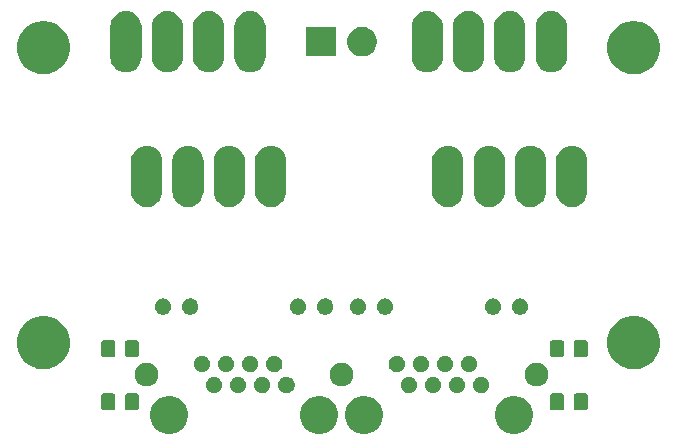
<source format=gbr>
G04 #@! TF.GenerationSoftware,KiCad,Pcbnew,(5.1.5)-3*
G04 #@! TF.CreationDate,2020-02-01T18:30:37+01:00*
G04 #@! TF.ProjectId,STMBLBreakout,53544d42-4c42-4726-9561-6b6f75742e6b,rev?*
G04 #@! TF.SameCoordinates,PX2faf080PY8f0d180*
G04 #@! TF.FileFunction,Soldermask,Top*
G04 #@! TF.FilePolarity,Negative*
%FSLAX46Y46*%
G04 Gerber Fmt 4.6, Leading zero omitted, Abs format (unit mm)*
G04 Created by KiCad (PCBNEW (5.1.5)-3) date 2020-02-01 18:30:37*
%MOMM*%
%LPD*%
G04 APERTURE LIST*
%ADD10C,0.100000*%
G04 APERTURE END LIST*
D10*
G36*
X28546217Y5493335D02*
G01*
X28816995Y5439475D01*
X29108358Y5318788D01*
X29370578Y5143578D01*
X29593578Y4920578D01*
X29768788Y4658358D01*
X29889475Y4366995D01*
X29951000Y4057685D01*
X29951000Y3742315D01*
X29889475Y3433005D01*
X29768788Y3141642D01*
X29593578Y2879422D01*
X29370578Y2656422D01*
X29108358Y2481212D01*
X28816995Y2360525D01*
X28546217Y2306665D01*
X28507686Y2299000D01*
X28192314Y2299000D01*
X28153783Y2306665D01*
X27883005Y2360525D01*
X27591642Y2481212D01*
X27329422Y2656422D01*
X27106422Y2879422D01*
X26931212Y3141642D01*
X26810525Y3433005D01*
X26749000Y3742315D01*
X26749000Y4057685D01*
X26810525Y4366995D01*
X26931212Y4658358D01*
X27106422Y4920578D01*
X27329422Y5143578D01*
X27591642Y5318788D01*
X27883005Y5439475D01*
X28153783Y5493335D01*
X28192314Y5501000D01*
X28507686Y5501000D01*
X28546217Y5493335D01*
G37*
G36*
X32346217Y5493335D02*
G01*
X32616995Y5439475D01*
X32908358Y5318788D01*
X33170578Y5143578D01*
X33393578Y4920578D01*
X33568788Y4658358D01*
X33689475Y4366995D01*
X33751000Y4057685D01*
X33751000Y3742315D01*
X33689475Y3433005D01*
X33568788Y3141642D01*
X33393578Y2879422D01*
X33170578Y2656422D01*
X32908358Y2481212D01*
X32616995Y2360525D01*
X32346217Y2306665D01*
X32307686Y2299000D01*
X31992314Y2299000D01*
X31953783Y2306665D01*
X31683005Y2360525D01*
X31391642Y2481212D01*
X31129422Y2656422D01*
X30906422Y2879422D01*
X30731212Y3141642D01*
X30610525Y3433005D01*
X30549000Y3742315D01*
X30549000Y4057685D01*
X30610525Y4366995D01*
X30731212Y4658358D01*
X30906422Y4920578D01*
X31129422Y5143578D01*
X31391642Y5318788D01*
X31683005Y5439475D01*
X31953783Y5493335D01*
X31992314Y5501000D01*
X32307686Y5501000D01*
X32346217Y5493335D01*
G37*
G36*
X45046217Y5493335D02*
G01*
X45316995Y5439475D01*
X45608358Y5318788D01*
X45870578Y5143578D01*
X46093578Y4920578D01*
X46268788Y4658358D01*
X46389475Y4366995D01*
X46451000Y4057685D01*
X46451000Y3742315D01*
X46389475Y3433005D01*
X46268788Y3141642D01*
X46093578Y2879422D01*
X45870578Y2656422D01*
X45608358Y2481212D01*
X45316995Y2360525D01*
X45046217Y2306665D01*
X45007686Y2299000D01*
X44692314Y2299000D01*
X44653783Y2306665D01*
X44383005Y2360525D01*
X44091642Y2481212D01*
X43829422Y2656422D01*
X43606422Y2879422D01*
X43431212Y3141642D01*
X43310525Y3433005D01*
X43249000Y3742315D01*
X43249000Y4057685D01*
X43310525Y4366995D01*
X43431212Y4658358D01*
X43606422Y4920578D01*
X43829422Y5143578D01*
X44091642Y5318788D01*
X44383005Y5439475D01*
X44653783Y5493335D01*
X44692314Y5501000D01*
X45007686Y5501000D01*
X45046217Y5493335D01*
G37*
G36*
X15846217Y5493335D02*
G01*
X16116995Y5439475D01*
X16408358Y5318788D01*
X16670578Y5143578D01*
X16893578Y4920578D01*
X17068788Y4658358D01*
X17189475Y4366995D01*
X17251000Y4057685D01*
X17251000Y3742315D01*
X17189475Y3433005D01*
X17068788Y3141642D01*
X16893578Y2879422D01*
X16670578Y2656422D01*
X16408358Y2481212D01*
X16116995Y2360525D01*
X15846217Y2306665D01*
X15807686Y2299000D01*
X15492314Y2299000D01*
X15453783Y2306665D01*
X15183005Y2360525D01*
X14891642Y2481212D01*
X14629422Y2656422D01*
X14406422Y2879422D01*
X14231212Y3141642D01*
X14110525Y3433005D01*
X14049000Y3742315D01*
X14049000Y4057685D01*
X14110525Y4366995D01*
X14231212Y4658358D01*
X14406422Y4920578D01*
X14629422Y5143578D01*
X14891642Y5318788D01*
X15183005Y5439475D01*
X15453783Y5493335D01*
X15492314Y5501000D01*
X15807686Y5501000D01*
X15846217Y5493335D01*
G37*
G36*
X48908715Y5719844D02*
G01*
X48953155Y5706363D01*
X48994113Y5684470D01*
X49030011Y5655011D01*
X49059470Y5619113D01*
X49081363Y5578155D01*
X49094844Y5533715D01*
X49100000Y5481360D01*
X49100000Y4518640D01*
X49094844Y4466285D01*
X49081363Y4421845D01*
X49059470Y4380887D01*
X49030011Y4344989D01*
X48994113Y4315530D01*
X48953155Y4293637D01*
X48908715Y4280156D01*
X48856360Y4275000D01*
X48143640Y4275000D01*
X48091285Y4280156D01*
X48046845Y4293637D01*
X48005887Y4315530D01*
X47969989Y4344989D01*
X47940530Y4380887D01*
X47918637Y4421845D01*
X47905156Y4466285D01*
X47900000Y4518640D01*
X47900000Y5481360D01*
X47905156Y5533715D01*
X47918637Y5578155D01*
X47940530Y5619113D01*
X47969989Y5655011D01*
X48005887Y5684470D01*
X48046845Y5706363D01*
X48091285Y5719844D01*
X48143640Y5725000D01*
X48856360Y5725000D01*
X48908715Y5719844D01*
G37*
G36*
X50908715Y5719844D02*
G01*
X50953155Y5706363D01*
X50994113Y5684470D01*
X51030011Y5655011D01*
X51059470Y5619113D01*
X51081363Y5578155D01*
X51094844Y5533715D01*
X51100000Y5481360D01*
X51100000Y4518640D01*
X51094844Y4466285D01*
X51081363Y4421845D01*
X51059470Y4380887D01*
X51030011Y4344989D01*
X50994113Y4315530D01*
X50953155Y4293637D01*
X50908715Y4280156D01*
X50856360Y4275000D01*
X50143640Y4275000D01*
X50091285Y4280156D01*
X50046845Y4293637D01*
X50005887Y4315530D01*
X49969989Y4344989D01*
X49940530Y4380887D01*
X49918637Y4421845D01*
X49905156Y4466285D01*
X49900000Y4518640D01*
X49900000Y5481360D01*
X49905156Y5533715D01*
X49918637Y5578155D01*
X49940530Y5619113D01*
X49969989Y5655011D01*
X50005887Y5684470D01*
X50046845Y5706363D01*
X50091285Y5719844D01*
X50143640Y5725000D01*
X50856360Y5725000D01*
X50908715Y5719844D01*
G37*
G36*
X12908715Y5719844D02*
G01*
X12953155Y5706363D01*
X12994113Y5684470D01*
X13030011Y5655011D01*
X13059470Y5619113D01*
X13081363Y5578155D01*
X13094844Y5533715D01*
X13100000Y5481360D01*
X13100000Y4518640D01*
X13094844Y4466285D01*
X13081363Y4421845D01*
X13059470Y4380887D01*
X13030011Y4344989D01*
X12994113Y4315530D01*
X12953155Y4293637D01*
X12908715Y4280156D01*
X12856360Y4275000D01*
X12143640Y4275000D01*
X12091285Y4280156D01*
X12046845Y4293637D01*
X12005887Y4315530D01*
X11969989Y4344989D01*
X11940530Y4380887D01*
X11918637Y4421845D01*
X11905156Y4466285D01*
X11900000Y4518640D01*
X11900000Y5481360D01*
X11905156Y5533715D01*
X11918637Y5578155D01*
X11940530Y5619113D01*
X11969989Y5655011D01*
X12005887Y5684470D01*
X12046845Y5706363D01*
X12091285Y5719844D01*
X12143640Y5725000D01*
X12856360Y5725000D01*
X12908715Y5719844D01*
G37*
G36*
X10908715Y5719844D02*
G01*
X10953155Y5706363D01*
X10994113Y5684470D01*
X11030011Y5655011D01*
X11059470Y5619113D01*
X11081363Y5578155D01*
X11094844Y5533715D01*
X11100000Y5481360D01*
X11100000Y4518640D01*
X11094844Y4466285D01*
X11081363Y4421845D01*
X11059470Y4380887D01*
X11030011Y4344989D01*
X10994113Y4315530D01*
X10953155Y4293637D01*
X10908715Y4280156D01*
X10856360Y4275000D01*
X10143640Y4275000D01*
X10091285Y4280156D01*
X10046845Y4293637D01*
X10005887Y4315530D01*
X9969989Y4344989D01*
X9940530Y4380887D01*
X9918637Y4421845D01*
X9905156Y4466285D01*
X9900000Y4518640D01*
X9900000Y5481360D01*
X9905156Y5533715D01*
X9918637Y5578155D01*
X9940530Y5619113D01*
X9969989Y5655011D01*
X10005887Y5684470D01*
X10046845Y5706363D01*
X10091285Y5719844D01*
X10143640Y5725000D01*
X10856360Y5725000D01*
X10908715Y5719844D01*
G37*
G36*
X23734473Y7114062D02*
G01*
X23862049Y7061218D01*
X23976859Y6984505D01*
X24074505Y6886859D01*
X24151218Y6772049D01*
X24204062Y6644473D01*
X24231000Y6509044D01*
X24231000Y6370956D01*
X24204062Y6235527D01*
X24151218Y6107951D01*
X24074505Y5993141D01*
X23976859Y5895495D01*
X23862049Y5818782D01*
X23734473Y5765938D01*
X23599044Y5739000D01*
X23460956Y5739000D01*
X23325527Y5765938D01*
X23197951Y5818782D01*
X23083141Y5895495D01*
X22985495Y5993141D01*
X22908782Y6107951D01*
X22855938Y6235527D01*
X22829000Y6370956D01*
X22829000Y6509044D01*
X22855938Y6644473D01*
X22908782Y6772049D01*
X22985495Y6886859D01*
X23083141Y6984505D01*
X23197951Y7061218D01*
X23325527Y7114062D01*
X23460956Y7141000D01*
X23599044Y7141000D01*
X23734473Y7114062D01*
G37*
G36*
X42274473Y7114062D02*
G01*
X42402049Y7061218D01*
X42516859Y6984505D01*
X42614505Y6886859D01*
X42691218Y6772049D01*
X42744062Y6644473D01*
X42771000Y6509044D01*
X42771000Y6370956D01*
X42744062Y6235527D01*
X42691218Y6107951D01*
X42614505Y5993141D01*
X42516859Y5895495D01*
X42402049Y5818782D01*
X42274473Y5765938D01*
X42139044Y5739000D01*
X42000956Y5739000D01*
X41865527Y5765938D01*
X41737951Y5818782D01*
X41623141Y5895495D01*
X41525495Y5993141D01*
X41448782Y6107951D01*
X41395938Y6235527D01*
X41369000Y6370956D01*
X41369000Y6509044D01*
X41395938Y6644473D01*
X41448782Y6772049D01*
X41525495Y6886859D01*
X41623141Y6984505D01*
X41737951Y7061218D01*
X41865527Y7114062D01*
X42000956Y7141000D01*
X42139044Y7141000D01*
X42274473Y7114062D01*
G37*
G36*
X40234473Y7114062D02*
G01*
X40362049Y7061218D01*
X40476859Y6984505D01*
X40574505Y6886859D01*
X40651218Y6772049D01*
X40704062Y6644473D01*
X40731000Y6509044D01*
X40731000Y6370956D01*
X40704062Y6235527D01*
X40651218Y6107951D01*
X40574505Y5993141D01*
X40476859Y5895495D01*
X40362049Y5818782D01*
X40234473Y5765938D01*
X40099044Y5739000D01*
X39960956Y5739000D01*
X39825527Y5765938D01*
X39697951Y5818782D01*
X39583141Y5895495D01*
X39485495Y5993141D01*
X39408782Y6107951D01*
X39355938Y6235527D01*
X39329000Y6370956D01*
X39329000Y6509044D01*
X39355938Y6644473D01*
X39408782Y6772049D01*
X39485495Y6886859D01*
X39583141Y6984505D01*
X39697951Y7061218D01*
X39825527Y7114062D01*
X39960956Y7141000D01*
X40099044Y7141000D01*
X40234473Y7114062D01*
G37*
G36*
X38194473Y7114062D02*
G01*
X38322049Y7061218D01*
X38436859Y6984505D01*
X38534505Y6886859D01*
X38611218Y6772049D01*
X38664062Y6644473D01*
X38691000Y6509044D01*
X38691000Y6370956D01*
X38664062Y6235527D01*
X38611218Y6107951D01*
X38534505Y5993141D01*
X38436859Y5895495D01*
X38322049Y5818782D01*
X38194473Y5765938D01*
X38059044Y5739000D01*
X37920956Y5739000D01*
X37785527Y5765938D01*
X37657951Y5818782D01*
X37543141Y5895495D01*
X37445495Y5993141D01*
X37368782Y6107951D01*
X37315938Y6235527D01*
X37289000Y6370956D01*
X37289000Y6509044D01*
X37315938Y6644473D01*
X37368782Y6772049D01*
X37445495Y6886859D01*
X37543141Y6984505D01*
X37657951Y7061218D01*
X37785527Y7114062D01*
X37920956Y7141000D01*
X38059044Y7141000D01*
X38194473Y7114062D01*
G37*
G36*
X36154473Y7114062D02*
G01*
X36282049Y7061218D01*
X36396859Y6984505D01*
X36494505Y6886859D01*
X36571218Y6772049D01*
X36624062Y6644473D01*
X36651000Y6509044D01*
X36651000Y6370956D01*
X36624062Y6235527D01*
X36571218Y6107951D01*
X36494505Y5993141D01*
X36396859Y5895495D01*
X36282049Y5818782D01*
X36154473Y5765938D01*
X36019044Y5739000D01*
X35880956Y5739000D01*
X35745527Y5765938D01*
X35617951Y5818782D01*
X35503141Y5895495D01*
X35405495Y5993141D01*
X35328782Y6107951D01*
X35275938Y6235527D01*
X35249000Y6370956D01*
X35249000Y6509044D01*
X35275938Y6644473D01*
X35328782Y6772049D01*
X35405495Y6886859D01*
X35503141Y6984505D01*
X35617951Y7061218D01*
X35745527Y7114062D01*
X35880956Y7141000D01*
X36019044Y7141000D01*
X36154473Y7114062D01*
G37*
G36*
X25774473Y7114062D02*
G01*
X25902049Y7061218D01*
X26016859Y6984505D01*
X26114505Y6886859D01*
X26191218Y6772049D01*
X26244062Y6644473D01*
X26271000Y6509044D01*
X26271000Y6370956D01*
X26244062Y6235527D01*
X26191218Y6107951D01*
X26114505Y5993141D01*
X26016859Y5895495D01*
X25902049Y5818782D01*
X25774473Y5765938D01*
X25639044Y5739000D01*
X25500956Y5739000D01*
X25365527Y5765938D01*
X25237951Y5818782D01*
X25123141Y5895495D01*
X25025495Y5993141D01*
X24948782Y6107951D01*
X24895938Y6235527D01*
X24869000Y6370956D01*
X24869000Y6509044D01*
X24895938Y6644473D01*
X24948782Y6772049D01*
X25025495Y6886859D01*
X25123141Y6984505D01*
X25237951Y7061218D01*
X25365527Y7114062D01*
X25500956Y7141000D01*
X25639044Y7141000D01*
X25774473Y7114062D01*
G37*
G36*
X21694473Y7114062D02*
G01*
X21822049Y7061218D01*
X21936859Y6984505D01*
X22034505Y6886859D01*
X22111218Y6772049D01*
X22164062Y6644473D01*
X22191000Y6509044D01*
X22191000Y6370956D01*
X22164062Y6235527D01*
X22111218Y6107951D01*
X22034505Y5993141D01*
X21936859Y5895495D01*
X21822049Y5818782D01*
X21694473Y5765938D01*
X21559044Y5739000D01*
X21420956Y5739000D01*
X21285527Y5765938D01*
X21157951Y5818782D01*
X21043141Y5895495D01*
X20945495Y5993141D01*
X20868782Y6107951D01*
X20815938Y6235527D01*
X20789000Y6370956D01*
X20789000Y6509044D01*
X20815938Y6644473D01*
X20868782Y6772049D01*
X20945495Y6886859D01*
X21043141Y6984505D01*
X21157951Y7061218D01*
X21285527Y7114062D01*
X21420956Y7141000D01*
X21559044Y7141000D01*
X21694473Y7114062D01*
G37*
G36*
X19654473Y7114062D02*
G01*
X19782049Y7061218D01*
X19896859Y6984505D01*
X19994505Y6886859D01*
X20071218Y6772049D01*
X20124062Y6644473D01*
X20151000Y6509044D01*
X20151000Y6370956D01*
X20124062Y6235527D01*
X20071218Y6107951D01*
X19994505Y5993141D01*
X19896859Y5895495D01*
X19782049Y5818782D01*
X19654473Y5765938D01*
X19519044Y5739000D01*
X19380956Y5739000D01*
X19245527Y5765938D01*
X19117951Y5818782D01*
X19003141Y5895495D01*
X18905495Y5993141D01*
X18828782Y6107951D01*
X18775938Y6235527D01*
X18749000Y6370956D01*
X18749000Y6509044D01*
X18775938Y6644473D01*
X18828782Y6772049D01*
X18905495Y6886859D01*
X19003141Y6984505D01*
X19117951Y7061218D01*
X19245527Y7114062D01*
X19380956Y7141000D01*
X19519044Y7141000D01*
X19654473Y7114062D01*
G37*
G36*
X30445285Y8311766D02*
G01*
X30541981Y8292532D01*
X30724151Y8217074D01*
X30888100Y8107527D01*
X31027527Y7968100D01*
X31137074Y7804151D01*
X31212532Y7621981D01*
X31251000Y7428590D01*
X31251000Y7231410D01*
X31212532Y7038019D01*
X31137074Y6855849D01*
X31027527Y6691900D01*
X30888100Y6552473D01*
X30724151Y6442926D01*
X30541981Y6367468D01*
X30445285Y6348234D01*
X30348591Y6329000D01*
X30151409Y6329000D01*
X30054715Y6348234D01*
X29958019Y6367468D01*
X29775849Y6442926D01*
X29611900Y6552473D01*
X29472473Y6691900D01*
X29362926Y6855849D01*
X29287468Y7038019D01*
X29249000Y7231410D01*
X29249000Y7428590D01*
X29287468Y7621981D01*
X29362926Y7804151D01*
X29472473Y7968100D01*
X29611900Y8107527D01*
X29775849Y8217074D01*
X29958019Y8292532D01*
X30054715Y8311766D01*
X30151409Y8331000D01*
X30348591Y8331000D01*
X30445285Y8311766D01*
G37*
G36*
X13945285Y8311766D02*
G01*
X14041981Y8292532D01*
X14224151Y8217074D01*
X14388100Y8107527D01*
X14527527Y7968100D01*
X14637074Y7804151D01*
X14712532Y7621981D01*
X14751000Y7428590D01*
X14751000Y7231410D01*
X14712532Y7038019D01*
X14637074Y6855849D01*
X14527527Y6691900D01*
X14388100Y6552473D01*
X14224151Y6442926D01*
X14041981Y6367468D01*
X13945285Y6348234D01*
X13848591Y6329000D01*
X13651409Y6329000D01*
X13554715Y6348234D01*
X13458019Y6367468D01*
X13275849Y6442926D01*
X13111900Y6552473D01*
X12972473Y6691900D01*
X12862926Y6855849D01*
X12787468Y7038019D01*
X12749000Y7231410D01*
X12749000Y7428590D01*
X12787468Y7621981D01*
X12862926Y7804151D01*
X12972473Y7968100D01*
X13111900Y8107527D01*
X13275849Y8217074D01*
X13458019Y8292532D01*
X13554715Y8311766D01*
X13651409Y8331000D01*
X13848591Y8331000D01*
X13945285Y8311766D01*
G37*
G36*
X46945285Y8311766D02*
G01*
X47041981Y8292532D01*
X47224151Y8217074D01*
X47388100Y8107527D01*
X47527527Y7968100D01*
X47637074Y7804151D01*
X47712532Y7621981D01*
X47751000Y7428590D01*
X47751000Y7231410D01*
X47712532Y7038019D01*
X47637074Y6855849D01*
X47527527Y6691900D01*
X47388100Y6552473D01*
X47224151Y6442926D01*
X47041981Y6367468D01*
X46945285Y6348234D01*
X46848591Y6329000D01*
X46651409Y6329000D01*
X46554715Y6348234D01*
X46458019Y6367468D01*
X46275849Y6442926D01*
X46111900Y6552473D01*
X45972473Y6691900D01*
X45862926Y6855849D01*
X45787468Y7038019D01*
X45749000Y7231410D01*
X45749000Y7428590D01*
X45787468Y7621981D01*
X45862926Y7804151D01*
X45972473Y7968100D01*
X46111900Y8107527D01*
X46275849Y8217074D01*
X46458019Y8292532D01*
X46554715Y8311766D01*
X46651409Y8331000D01*
X46848591Y8331000D01*
X46945285Y8311766D01*
G37*
G36*
X18634473Y8894062D02*
G01*
X18762049Y8841218D01*
X18876859Y8764505D01*
X18974505Y8666859D01*
X19051218Y8552049D01*
X19104062Y8424473D01*
X19131000Y8289044D01*
X19131000Y8150956D01*
X19104062Y8015527D01*
X19051218Y7887951D01*
X18974505Y7773141D01*
X18876859Y7675495D01*
X18762049Y7598782D01*
X18634473Y7545938D01*
X18499044Y7519000D01*
X18360956Y7519000D01*
X18225527Y7545938D01*
X18097951Y7598782D01*
X17983141Y7675495D01*
X17885495Y7773141D01*
X17808782Y7887951D01*
X17755938Y8015527D01*
X17729000Y8150956D01*
X17729000Y8289044D01*
X17755938Y8424473D01*
X17808782Y8552049D01*
X17885495Y8666859D01*
X17983141Y8764505D01*
X18097951Y8841218D01*
X18225527Y8894062D01*
X18360956Y8921000D01*
X18499044Y8921000D01*
X18634473Y8894062D01*
G37*
G36*
X41254473Y8894062D02*
G01*
X41382049Y8841218D01*
X41496859Y8764505D01*
X41594505Y8666859D01*
X41671218Y8552049D01*
X41724062Y8424473D01*
X41751000Y8289044D01*
X41751000Y8150956D01*
X41724062Y8015527D01*
X41671218Y7887951D01*
X41594505Y7773141D01*
X41496859Y7675495D01*
X41382049Y7598782D01*
X41254473Y7545938D01*
X41119044Y7519000D01*
X40980956Y7519000D01*
X40845527Y7545938D01*
X40717951Y7598782D01*
X40603141Y7675495D01*
X40505495Y7773141D01*
X40428782Y7887951D01*
X40375938Y8015527D01*
X40349000Y8150956D01*
X40349000Y8289044D01*
X40375938Y8424473D01*
X40428782Y8552049D01*
X40505495Y8666859D01*
X40603141Y8764505D01*
X40717951Y8841218D01*
X40845527Y8894062D01*
X40980956Y8921000D01*
X41119044Y8921000D01*
X41254473Y8894062D01*
G37*
G36*
X39214473Y8894062D02*
G01*
X39342049Y8841218D01*
X39456859Y8764505D01*
X39554505Y8666859D01*
X39631218Y8552049D01*
X39684062Y8424473D01*
X39711000Y8289044D01*
X39711000Y8150956D01*
X39684062Y8015527D01*
X39631218Y7887951D01*
X39554505Y7773141D01*
X39456859Y7675495D01*
X39342049Y7598782D01*
X39214473Y7545938D01*
X39079044Y7519000D01*
X38940956Y7519000D01*
X38805527Y7545938D01*
X38677951Y7598782D01*
X38563141Y7675495D01*
X38465495Y7773141D01*
X38388782Y7887951D01*
X38335938Y8015527D01*
X38309000Y8150956D01*
X38309000Y8289044D01*
X38335938Y8424473D01*
X38388782Y8552049D01*
X38465495Y8666859D01*
X38563141Y8764505D01*
X38677951Y8841218D01*
X38805527Y8894062D01*
X38940956Y8921000D01*
X39079044Y8921000D01*
X39214473Y8894062D01*
G37*
G36*
X37174473Y8894062D02*
G01*
X37302049Y8841218D01*
X37416859Y8764505D01*
X37514505Y8666859D01*
X37591218Y8552049D01*
X37644062Y8424473D01*
X37671000Y8289044D01*
X37671000Y8150956D01*
X37644062Y8015527D01*
X37591218Y7887951D01*
X37514505Y7773141D01*
X37416859Y7675495D01*
X37302049Y7598782D01*
X37174473Y7545938D01*
X37039044Y7519000D01*
X36900956Y7519000D01*
X36765527Y7545938D01*
X36637951Y7598782D01*
X36523141Y7675495D01*
X36425495Y7773141D01*
X36348782Y7887951D01*
X36295938Y8015527D01*
X36269000Y8150956D01*
X36269000Y8289044D01*
X36295938Y8424473D01*
X36348782Y8552049D01*
X36425495Y8666859D01*
X36523141Y8764505D01*
X36637951Y8841218D01*
X36765527Y8894062D01*
X36900956Y8921000D01*
X37039044Y8921000D01*
X37174473Y8894062D01*
G37*
G36*
X35134473Y8894062D02*
G01*
X35262049Y8841218D01*
X35376859Y8764505D01*
X35474505Y8666859D01*
X35551218Y8552049D01*
X35604062Y8424473D01*
X35631000Y8289044D01*
X35631000Y8150956D01*
X35604062Y8015527D01*
X35551218Y7887951D01*
X35474505Y7773141D01*
X35376859Y7675495D01*
X35262049Y7598782D01*
X35134473Y7545938D01*
X34999044Y7519000D01*
X34860956Y7519000D01*
X34725527Y7545938D01*
X34597951Y7598782D01*
X34483141Y7675495D01*
X34385495Y7773141D01*
X34308782Y7887951D01*
X34255938Y8015527D01*
X34229000Y8150956D01*
X34229000Y8289044D01*
X34255938Y8424473D01*
X34308782Y8552049D01*
X34385495Y8666859D01*
X34483141Y8764505D01*
X34597951Y8841218D01*
X34725527Y8894062D01*
X34860956Y8921000D01*
X34999044Y8921000D01*
X35134473Y8894062D01*
G37*
G36*
X24754473Y8894062D02*
G01*
X24882049Y8841218D01*
X24996859Y8764505D01*
X25094505Y8666859D01*
X25171218Y8552049D01*
X25224062Y8424473D01*
X25251000Y8289044D01*
X25251000Y8150956D01*
X25224062Y8015527D01*
X25171218Y7887951D01*
X25094505Y7773141D01*
X24996859Y7675495D01*
X24882049Y7598782D01*
X24754473Y7545938D01*
X24619044Y7519000D01*
X24480956Y7519000D01*
X24345527Y7545938D01*
X24217951Y7598782D01*
X24103141Y7675495D01*
X24005495Y7773141D01*
X23928782Y7887951D01*
X23875938Y8015527D01*
X23849000Y8150956D01*
X23849000Y8289044D01*
X23875938Y8424473D01*
X23928782Y8552049D01*
X24005495Y8666859D01*
X24103141Y8764505D01*
X24217951Y8841218D01*
X24345527Y8894062D01*
X24480956Y8921000D01*
X24619044Y8921000D01*
X24754473Y8894062D01*
G37*
G36*
X22714473Y8894062D02*
G01*
X22842049Y8841218D01*
X22956859Y8764505D01*
X23054505Y8666859D01*
X23131218Y8552049D01*
X23184062Y8424473D01*
X23211000Y8289044D01*
X23211000Y8150956D01*
X23184062Y8015527D01*
X23131218Y7887951D01*
X23054505Y7773141D01*
X22956859Y7675495D01*
X22842049Y7598782D01*
X22714473Y7545938D01*
X22579044Y7519000D01*
X22440956Y7519000D01*
X22305527Y7545938D01*
X22177951Y7598782D01*
X22063141Y7675495D01*
X21965495Y7773141D01*
X21888782Y7887951D01*
X21835938Y8015527D01*
X21809000Y8150956D01*
X21809000Y8289044D01*
X21835938Y8424473D01*
X21888782Y8552049D01*
X21965495Y8666859D01*
X22063141Y8764505D01*
X22177951Y8841218D01*
X22305527Y8894062D01*
X22440956Y8921000D01*
X22579044Y8921000D01*
X22714473Y8894062D01*
G37*
G36*
X20674473Y8894062D02*
G01*
X20802049Y8841218D01*
X20916859Y8764505D01*
X21014505Y8666859D01*
X21091218Y8552049D01*
X21144062Y8424473D01*
X21171000Y8289044D01*
X21171000Y8150956D01*
X21144062Y8015527D01*
X21091218Y7887951D01*
X21014505Y7773141D01*
X20916859Y7675495D01*
X20802049Y7598782D01*
X20674473Y7545938D01*
X20539044Y7519000D01*
X20400956Y7519000D01*
X20265527Y7545938D01*
X20137951Y7598782D01*
X20023141Y7675495D01*
X19925495Y7773141D01*
X19848782Y7887951D01*
X19795938Y8015527D01*
X19769000Y8150956D01*
X19769000Y8289044D01*
X19795938Y8424473D01*
X19848782Y8552049D01*
X19925495Y8666859D01*
X20023141Y8764505D01*
X20137951Y8841218D01*
X20265527Y8894062D01*
X20400956Y8921000D01*
X20539044Y8921000D01*
X20674473Y8894062D01*
G37*
G36*
X5656301Y12163534D02*
G01*
X6065775Y11993924D01*
X6434292Y11747689D01*
X6747689Y11434292D01*
X6993924Y11065775D01*
X7163534Y10656301D01*
X7250000Y10221606D01*
X7250000Y9778394D01*
X7163534Y9343699D01*
X6993924Y8934225D01*
X6747689Y8565708D01*
X6434292Y8252311D01*
X6065775Y8006076D01*
X5656301Y7836466D01*
X5493842Y7804151D01*
X5221607Y7750000D01*
X4778393Y7750000D01*
X4506158Y7804151D01*
X4343699Y7836466D01*
X3934225Y8006076D01*
X3565708Y8252311D01*
X3252311Y8565708D01*
X3006076Y8934225D01*
X2836466Y9343699D01*
X2750000Y9778394D01*
X2750000Y10221606D01*
X2836466Y10656301D01*
X3006076Y11065775D01*
X3252311Y11434292D01*
X3565708Y11747689D01*
X3934225Y11993924D01*
X4343699Y12163534D01*
X4778393Y12250000D01*
X5221607Y12250000D01*
X5656301Y12163534D01*
G37*
G36*
X55656301Y12163534D02*
G01*
X56065775Y11993924D01*
X56434292Y11747689D01*
X56747689Y11434292D01*
X56993924Y11065775D01*
X57163534Y10656301D01*
X57250000Y10221606D01*
X57250000Y9778394D01*
X57163534Y9343699D01*
X56993924Y8934225D01*
X56747689Y8565708D01*
X56434292Y8252311D01*
X56065775Y8006076D01*
X55656301Y7836466D01*
X55493842Y7804151D01*
X55221607Y7750000D01*
X54778393Y7750000D01*
X54506158Y7804151D01*
X54343699Y7836466D01*
X53934225Y8006076D01*
X53565708Y8252311D01*
X53252311Y8565708D01*
X53006076Y8934225D01*
X52836466Y9343699D01*
X52750000Y9778394D01*
X52750000Y10221606D01*
X52836466Y10656301D01*
X53006076Y11065775D01*
X53252311Y11434292D01*
X53565708Y11747689D01*
X53934225Y11993924D01*
X54343699Y12163534D01*
X54778393Y12250000D01*
X55221607Y12250000D01*
X55656301Y12163534D01*
G37*
G36*
X50908715Y10219844D02*
G01*
X50953155Y10206363D01*
X50994113Y10184470D01*
X51030011Y10155011D01*
X51059470Y10119113D01*
X51081363Y10078155D01*
X51094844Y10033715D01*
X51100000Y9981360D01*
X51100000Y9018640D01*
X51094844Y8966285D01*
X51081363Y8921845D01*
X51059470Y8880887D01*
X51030011Y8844989D01*
X50994113Y8815530D01*
X50953155Y8793637D01*
X50908715Y8780156D01*
X50856360Y8775000D01*
X50143640Y8775000D01*
X50091285Y8780156D01*
X50046845Y8793637D01*
X50005887Y8815530D01*
X49969989Y8844989D01*
X49940530Y8880887D01*
X49918637Y8921845D01*
X49905156Y8966285D01*
X49900000Y9018640D01*
X49900000Y9981360D01*
X49905156Y10033715D01*
X49918637Y10078155D01*
X49940530Y10119113D01*
X49969989Y10155011D01*
X50005887Y10184470D01*
X50046845Y10206363D01*
X50091285Y10219844D01*
X50143640Y10225000D01*
X50856360Y10225000D01*
X50908715Y10219844D01*
G37*
G36*
X10908715Y10219844D02*
G01*
X10953155Y10206363D01*
X10994113Y10184470D01*
X11030011Y10155011D01*
X11059470Y10119113D01*
X11081363Y10078155D01*
X11094844Y10033715D01*
X11100000Y9981360D01*
X11100000Y9018640D01*
X11094844Y8966285D01*
X11081363Y8921845D01*
X11059470Y8880887D01*
X11030011Y8844989D01*
X10994113Y8815530D01*
X10953155Y8793637D01*
X10908715Y8780156D01*
X10856360Y8775000D01*
X10143640Y8775000D01*
X10091285Y8780156D01*
X10046845Y8793637D01*
X10005887Y8815530D01*
X9969989Y8844989D01*
X9940530Y8880887D01*
X9918637Y8921845D01*
X9905156Y8966285D01*
X9900000Y9018640D01*
X9900000Y9981360D01*
X9905156Y10033715D01*
X9918637Y10078155D01*
X9940530Y10119113D01*
X9969989Y10155011D01*
X10005887Y10184470D01*
X10046845Y10206363D01*
X10091285Y10219844D01*
X10143640Y10225000D01*
X10856360Y10225000D01*
X10908715Y10219844D01*
G37*
G36*
X12908715Y10219844D02*
G01*
X12953155Y10206363D01*
X12994113Y10184470D01*
X13030011Y10155011D01*
X13059470Y10119113D01*
X13081363Y10078155D01*
X13094844Y10033715D01*
X13100000Y9981360D01*
X13100000Y9018640D01*
X13094844Y8966285D01*
X13081363Y8921845D01*
X13059470Y8880887D01*
X13030011Y8844989D01*
X12994113Y8815530D01*
X12953155Y8793637D01*
X12908715Y8780156D01*
X12856360Y8775000D01*
X12143640Y8775000D01*
X12091285Y8780156D01*
X12046845Y8793637D01*
X12005887Y8815530D01*
X11969989Y8844989D01*
X11940530Y8880887D01*
X11918637Y8921845D01*
X11905156Y8966285D01*
X11900000Y9018640D01*
X11900000Y9981360D01*
X11905156Y10033715D01*
X11918637Y10078155D01*
X11940530Y10119113D01*
X11969989Y10155011D01*
X12005887Y10184470D01*
X12046845Y10206363D01*
X12091285Y10219844D01*
X12143640Y10225000D01*
X12856360Y10225000D01*
X12908715Y10219844D01*
G37*
G36*
X48908715Y10219844D02*
G01*
X48953155Y10206363D01*
X48994113Y10184470D01*
X49030011Y10155011D01*
X49059470Y10119113D01*
X49081363Y10078155D01*
X49094844Y10033715D01*
X49100000Y9981360D01*
X49100000Y9018640D01*
X49094844Y8966285D01*
X49081363Y8921845D01*
X49059470Y8880887D01*
X49030011Y8844989D01*
X48994113Y8815530D01*
X48953155Y8793637D01*
X48908715Y8780156D01*
X48856360Y8775000D01*
X48143640Y8775000D01*
X48091285Y8780156D01*
X48046845Y8793637D01*
X48005887Y8815530D01*
X47969989Y8844989D01*
X47940530Y8880887D01*
X47918637Y8921845D01*
X47905156Y8966285D01*
X47900000Y9018640D01*
X47900000Y9981360D01*
X47905156Y10033715D01*
X47918637Y10078155D01*
X47940530Y10119113D01*
X47969989Y10155011D01*
X48005887Y10184470D01*
X48046845Y10206363D01*
X48091285Y10219844D01*
X48143640Y10225000D01*
X48856360Y10225000D01*
X48908715Y10219844D01*
G37*
G36*
X43274473Y13754062D02*
G01*
X43402049Y13701218D01*
X43516859Y13624505D01*
X43614505Y13526859D01*
X43691218Y13412049D01*
X43744062Y13284473D01*
X43771000Y13149044D01*
X43771000Y13010956D01*
X43744062Y12875527D01*
X43691218Y12747951D01*
X43614505Y12633141D01*
X43516859Y12535495D01*
X43402049Y12458782D01*
X43274473Y12405938D01*
X43139044Y12379000D01*
X43000956Y12379000D01*
X42865527Y12405938D01*
X42737951Y12458782D01*
X42623141Y12535495D01*
X42525495Y12633141D01*
X42448782Y12747951D01*
X42395938Y12875527D01*
X42369000Y13010956D01*
X42369000Y13149044D01*
X42395938Y13284473D01*
X42448782Y13412049D01*
X42525495Y13526859D01*
X42623141Y13624505D01*
X42737951Y13701218D01*
X42865527Y13754062D01*
X43000956Y13781000D01*
X43139044Y13781000D01*
X43274473Y13754062D01*
G37*
G36*
X31844473Y13754062D02*
G01*
X31972049Y13701218D01*
X32086859Y13624505D01*
X32184505Y13526859D01*
X32261218Y13412049D01*
X32314062Y13284473D01*
X32341000Y13149044D01*
X32341000Y13010956D01*
X32314062Y12875527D01*
X32261218Y12747951D01*
X32184505Y12633141D01*
X32086859Y12535495D01*
X31972049Y12458782D01*
X31844473Y12405938D01*
X31709044Y12379000D01*
X31570956Y12379000D01*
X31435527Y12405938D01*
X31307951Y12458782D01*
X31193141Y12535495D01*
X31095495Y12633141D01*
X31018782Y12747951D01*
X30965938Y12875527D01*
X30939000Y13010956D01*
X30939000Y13149044D01*
X30965938Y13284473D01*
X31018782Y13412049D01*
X31095495Y13526859D01*
X31193141Y13624505D01*
X31307951Y13701218D01*
X31435527Y13754062D01*
X31570956Y13781000D01*
X31709044Y13781000D01*
X31844473Y13754062D01*
G37*
G36*
X34134473Y13754062D02*
G01*
X34262049Y13701218D01*
X34376859Y13624505D01*
X34474505Y13526859D01*
X34551218Y13412049D01*
X34604062Y13284473D01*
X34631000Y13149044D01*
X34631000Y13010956D01*
X34604062Y12875527D01*
X34551218Y12747951D01*
X34474505Y12633141D01*
X34376859Y12535495D01*
X34262049Y12458782D01*
X34134473Y12405938D01*
X33999044Y12379000D01*
X33860956Y12379000D01*
X33725527Y12405938D01*
X33597951Y12458782D01*
X33483141Y12535495D01*
X33385495Y12633141D01*
X33308782Y12747951D01*
X33255938Y12875527D01*
X33229000Y13010956D01*
X33229000Y13149044D01*
X33255938Y13284473D01*
X33308782Y13412049D01*
X33385495Y13526859D01*
X33483141Y13624505D01*
X33597951Y13701218D01*
X33725527Y13754062D01*
X33860956Y13781000D01*
X33999044Y13781000D01*
X34134473Y13754062D01*
G37*
G36*
X15344473Y13754062D02*
G01*
X15472049Y13701218D01*
X15586859Y13624505D01*
X15684505Y13526859D01*
X15761218Y13412049D01*
X15814062Y13284473D01*
X15841000Y13149044D01*
X15841000Y13010956D01*
X15814062Y12875527D01*
X15761218Y12747951D01*
X15684505Y12633141D01*
X15586859Y12535495D01*
X15472049Y12458782D01*
X15344473Y12405938D01*
X15209044Y12379000D01*
X15070956Y12379000D01*
X14935527Y12405938D01*
X14807951Y12458782D01*
X14693141Y12535495D01*
X14595495Y12633141D01*
X14518782Y12747951D01*
X14465938Y12875527D01*
X14439000Y13010956D01*
X14439000Y13149044D01*
X14465938Y13284473D01*
X14518782Y13412049D01*
X14595495Y13526859D01*
X14693141Y13624505D01*
X14807951Y13701218D01*
X14935527Y13754062D01*
X15070956Y13781000D01*
X15209044Y13781000D01*
X15344473Y13754062D01*
G37*
G36*
X17634473Y13754062D02*
G01*
X17762049Y13701218D01*
X17876859Y13624505D01*
X17974505Y13526859D01*
X18051218Y13412049D01*
X18104062Y13284473D01*
X18131000Y13149044D01*
X18131000Y13010956D01*
X18104062Y12875527D01*
X18051218Y12747951D01*
X17974505Y12633141D01*
X17876859Y12535495D01*
X17762049Y12458782D01*
X17634473Y12405938D01*
X17499044Y12379000D01*
X17360956Y12379000D01*
X17225527Y12405938D01*
X17097951Y12458782D01*
X16983141Y12535495D01*
X16885495Y12633141D01*
X16808782Y12747951D01*
X16755938Y12875527D01*
X16729000Y13010956D01*
X16729000Y13149044D01*
X16755938Y13284473D01*
X16808782Y13412049D01*
X16885495Y13526859D01*
X16983141Y13624505D01*
X17097951Y13701218D01*
X17225527Y13754062D01*
X17360956Y13781000D01*
X17499044Y13781000D01*
X17634473Y13754062D01*
G37*
G36*
X26774473Y13754062D02*
G01*
X26902049Y13701218D01*
X27016859Y13624505D01*
X27114505Y13526859D01*
X27191218Y13412049D01*
X27244062Y13284473D01*
X27271000Y13149044D01*
X27271000Y13010956D01*
X27244062Y12875527D01*
X27191218Y12747951D01*
X27114505Y12633141D01*
X27016859Y12535495D01*
X26902049Y12458782D01*
X26774473Y12405938D01*
X26639044Y12379000D01*
X26500956Y12379000D01*
X26365527Y12405938D01*
X26237951Y12458782D01*
X26123141Y12535495D01*
X26025495Y12633141D01*
X25948782Y12747951D01*
X25895938Y12875527D01*
X25869000Y13010956D01*
X25869000Y13149044D01*
X25895938Y13284473D01*
X25948782Y13412049D01*
X26025495Y13526859D01*
X26123141Y13624505D01*
X26237951Y13701218D01*
X26365527Y13754062D01*
X26500956Y13781000D01*
X26639044Y13781000D01*
X26774473Y13754062D01*
G37*
G36*
X29064473Y13754062D02*
G01*
X29192049Y13701218D01*
X29306859Y13624505D01*
X29404505Y13526859D01*
X29481218Y13412049D01*
X29534062Y13284473D01*
X29561000Y13149044D01*
X29561000Y13010956D01*
X29534062Y12875527D01*
X29481218Y12747951D01*
X29404505Y12633141D01*
X29306859Y12535495D01*
X29192049Y12458782D01*
X29064473Y12405938D01*
X28929044Y12379000D01*
X28790956Y12379000D01*
X28655527Y12405938D01*
X28527951Y12458782D01*
X28413141Y12535495D01*
X28315495Y12633141D01*
X28238782Y12747951D01*
X28185938Y12875527D01*
X28159000Y13010956D01*
X28159000Y13149044D01*
X28185938Y13284473D01*
X28238782Y13412049D01*
X28315495Y13526859D01*
X28413141Y13624505D01*
X28527951Y13701218D01*
X28655527Y13754062D01*
X28790956Y13781000D01*
X28929044Y13781000D01*
X29064473Y13754062D01*
G37*
G36*
X45564473Y13754062D02*
G01*
X45692049Y13701218D01*
X45806859Y13624505D01*
X45904505Y13526859D01*
X45981218Y13412049D01*
X46034062Y13284473D01*
X46061000Y13149044D01*
X46061000Y13010956D01*
X46034062Y12875527D01*
X45981218Y12747951D01*
X45904505Y12633141D01*
X45806859Y12535495D01*
X45692049Y12458782D01*
X45564473Y12405938D01*
X45429044Y12379000D01*
X45290956Y12379000D01*
X45155527Y12405938D01*
X45027951Y12458782D01*
X44913141Y12535495D01*
X44815495Y12633141D01*
X44738782Y12747951D01*
X44685938Y12875527D01*
X44659000Y13010956D01*
X44659000Y13149044D01*
X44685938Y13284473D01*
X44738782Y13412049D01*
X44815495Y13526859D01*
X44913141Y13624505D01*
X45027951Y13701218D01*
X45155527Y13754062D01*
X45290956Y13781000D01*
X45429044Y13781000D01*
X45564473Y13754062D01*
G37*
G36*
X24508961Y26671886D02*
G01*
X24757971Y26596349D01*
X24757973Y26596348D01*
X24987458Y26473686D01*
X25188608Y26308608D01*
X25353685Y26107459D01*
X25476349Y25877971D01*
X25551886Y25628961D01*
X25571000Y25434890D01*
X25571000Y22765110D01*
X25551886Y22571039D01*
X25476349Y22322030D01*
X25476348Y22322027D01*
X25353686Y22092541D01*
X25188607Y21891393D01*
X24987457Y21726314D01*
X24757972Y21603652D01*
X24757970Y21603651D01*
X24508960Y21528114D01*
X24250000Y21502609D01*
X23991039Y21528114D01*
X23742029Y21603651D01*
X23742027Y21603652D01*
X23512541Y21726314D01*
X23311393Y21891393D01*
X23146314Y22092543D01*
X23023652Y22322028D01*
X23023651Y22322030D01*
X22948114Y22571040D01*
X22929000Y22765111D01*
X22929001Y25434890D01*
X22948115Y25628961D01*
X23023652Y25877971D01*
X23146316Y26107459D01*
X23311393Y26308608D01*
X23512543Y26473686D01*
X23742028Y26596348D01*
X23742030Y26596349D01*
X23991040Y26671886D01*
X24250000Y26697391D01*
X24508961Y26671886D01*
G37*
G36*
X14008961Y26671886D02*
G01*
X14257971Y26596349D01*
X14257973Y26596348D01*
X14487458Y26473686D01*
X14688608Y26308608D01*
X14853685Y26107459D01*
X14976349Y25877971D01*
X15051886Y25628961D01*
X15071000Y25434890D01*
X15071000Y22765110D01*
X15051886Y22571039D01*
X14976349Y22322030D01*
X14976348Y22322027D01*
X14853686Y22092541D01*
X14688607Y21891393D01*
X14487457Y21726314D01*
X14257972Y21603652D01*
X14257970Y21603651D01*
X14008960Y21528114D01*
X13750000Y21502609D01*
X13491039Y21528114D01*
X13242029Y21603651D01*
X13242027Y21603652D01*
X13012541Y21726314D01*
X12811393Y21891393D01*
X12646314Y22092543D01*
X12523652Y22322028D01*
X12523651Y22322030D01*
X12448114Y22571040D01*
X12429000Y22765111D01*
X12429001Y25434890D01*
X12448115Y25628961D01*
X12523652Y25877971D01*
X12646316Y26107459D01*
X12811393Y26308608D01*
X13012543Y26473686D01*
X13242028Y26596348D01*
X13242030Y26596349D01*
X13491040Y26671886D01*
X13750000Y26697391D01*
X14008961Y26671886D01*
G37*
G36*
X17508961Y26671886D02*
G01*
X17757971Y26596349D01*
X17757973Y26596348D01*
X17987458Y26473686D01*
X18188608Y26308608D01*
X18353685Y26107459D01*
X18476349Y25877971D01*
X18551886Y25628961D01*
X18571000Y25434890D01*
X18571000Y22765110D01*
X18551886Y22571039D01*
X18476349Y22322030D01*
X18476348Y22322027D01*
X18353686Y22092541D01*
X18188607Y21891393D01*
X17987457Y21726314D01*
X17757972Y21603652D01*
X17757970Y21603651D01*
X17508960Y21528114D01*
X17250000Y21502609D01*
X16991039Y21528114D01*
X16742029Y21603651D01*
X16742027Y21603652D01*
X16512541Y21726314D01*
X16311393Y21891393D01*
X16146314Y22092543D01*
X16023652Y22322028D01*
X16023651Y22322030D01*
X15948114Y22571040D01*
X15929000Y22765111D01*
X15929001Y25434890D01*
X15948115Y25628961D01*
X16023652Y25877971D01*
X16146316Y26107459D01*
X16311393Y26308608D01*
X16512543Y26473686D01*
X16742028Y26596348D01*
X16742030Y26596349D01*
X16991040Y26671886D01*
X17250000Y26697391D01*
X17508961Y26671886D01*
G37*
G36*
X50008961Y26671886D02*
G01*
X50257971Y26596349D01*
X50257973Y26596348D01*
X50487458Y26473686D01*
X50688608Y26308608D01*
X50853685Y26107459D01*
X50976349Y25877971D01*
X51051886Y25628961D01*
X51071000Y25434890D01*
X51071000Y22765110D01*
X51051886Y22571039D01*
X50976349Y22322030D01*
X50976348Y22322027D01*
X50853686Y22092541D01*
X50688607Y21891393D01*
X50487457Y21726314D01*
X50257972Y21603652D01*
X50257970Y21603651D01*
X50008960Y21528114D01*
X49750000Y21502609D01*
X49491039Y21528114D01*
X49242029Y21603651D01*
X49242027Y21603652D01*
X49012541Y21726314D01*
X48811393Y21891393D01*
X48646314Y22092543D01*
X48523652Y22322028D01*
X48523651Y22322030D01*
X48448114Y22571040D01*
X48429000Y22765111D01*
X48429001Y25434890D01*
X48448115Y25628961D01*
X48523652Y25877971D01*
X48646316Y26107459D01*
X48811393Y26308608D01*
X49012543Y26473686D01*
X49242028Y26596348D01*
X49242030Y26596349D01*
X49491040Y26671886D01*
X49750000Y26697391D01*
X50008961Y26671886D01*
G37*
G36*
X46508961Y26671886D02*
G01*
X46757971Y26596349D01*
X46757973Y26596348D01*
X46987458Y26473686D01*
X47188608Y26308608D01*
X47353685Y26107459D01*
X47476349Y25877971D01*
X47551886Y25628961D01*
X47571000Y25434890D01*
X47571000Y22765110D01*
X47551886Y22571039D01*
X47476349Y22322030D01*
X47476348Y22322027D01*
X47353686Y22092541D01*
X47188607Y21891393D01*
X46987457Y21726314D01*
X46757972Y21603652D01*
X46757970Y21603651D01*
X46508960Y21528114D01*
X46250000Y21502609D01*
X45991039Y21528114D01*
X45742029Y21603651D01*
X45742027Y21603652D01*
X45512541Y21726314D01*
X45311393Y21891393D01*
X45146314Y22092543D01*
X45023652Y22322028D01*
X45023651Y22322030D01*
X44948114Y22571040D01*
X44929000Y22765111D01*
X44929001Y25434890D01*
X44948115Y25628961D01*
X45023652Y25877971D01*
X45146316Y26107459D01*
X45311393Y26308608D01*
X45512543Y26473686D01*
X45742028Y26596348D01*
X45742030Y26596349D01*
X45991040Y26671886D01*
X46250000Y26697391D01*
X46508961Y26671886D01*
G37*
G36*
X39508961Y26671886D02*
G01*
X39757971Y26596349D01*
X39757973Y26596348D01*
X39987458Y26473686D01*
X40188608Y26308608D01*
X40353685Y26107459D01*
X40476349Y25877971D01*
X40551886Y25628961D01*
X40571000Y25434890D01*
X40571000Y22765110D01*
X40551886Y22571039D01*
X40476349Y22322030D01*
X40476348Y22322027D01*
X40353686Y22092541D01*
X40188607Y21891393D01*
X39987457Y21726314D01*
X39757972Y21603652D01*
X39757970Y21603651D01*
X39508960Y21528114D01*
X39250000Y21502609D01*
X38991039Y21528114D01*
X38742029Y21603651D01*
X38742027Y21603652D01*
X38512541Y21726314D01*
X38311393Y21891393D01*
X38146314Y22092543D01*
X38023652Y22322028D01*
X38023651Y22322030D01*
X37948114Y22571040D01*
X37929000Y22765111D01*
X37929001Y25434890D01*
X37948115Y25628961D01*
X38023652Y25877971D01*
X38146316Y26107459D01*
X38311393Y26308608D01*
X38512543Y26473686D01*
X38742028Y26596348D01*
X38742030Y26596349D01*
X38991040Y26671886D01*
X39250000Y26697391D01*
X39508961Y26671886D01*
G37*
G36*
X43008961Y26671886D02*
G01*
X43257971Y26596349D01*
X43257973Y26596348D01*
X43487458Y26473686D01*
X43688608Y26308608D01*
X43853685Y26107459D01*
X43976349Y25877971D01*
X44051886Y25628961D01*
X44071000Y25434890D01*
X44071000Y22765110D01*
X44051886Y22571039D01*
X43976349Y22322030D01*
X43976348Y22322027D01*
X43853686Y22092541D01*
X43688607Y21891393D01*
X43487457Y21726314D01*
X43257972Y21603652D01*
X43257970Y21603651D01*
X43008960Y21528114D01*
X42750000Y21502609D01*
X42491039Y21528114D01*
X42242029Y21603651D01*
X42242027Y21603652D01*
X42012541Y21726314D01*
X41811393Y21891393D01*
X41646314Y22092543D01*
X41523652Y22322028D01*
X41523651Y22322030D01*
X41448114Y22571040D01*
X41429000Y22765111D01*
X41429001Y25434890D01*
X41448115Y25628961D01*
X41523652Y25877971D01*
X41646316Y26107459D01*
X41811393Y26308608D01*
X42012543Y26473686D01*
X42242028Y26596348D01*
X42242030Y26596349D01*
X42491040Y26671886D01*
X42750000Y26697391D01*
X43008961Y26671886D01*
G37*
G36*
X21008961Y26671886D02*
G01*
X21257971Y26596349D01*
X21257973Y26596348D01*
X21487458Y26473686D01*
X21688608Y26308608D01*
X21853685Y26107459D01*
X21976349Y25877971D01*
X22051886Y25628961D01*
X22071000Y25434890D01*
X22071000Y22765110D01*
X22051886Y22571039D01*
X21976349Y22322030D01*
X21976348Y22322027D01*
X21853686Y22092541D01*
X21688607Y21891393D01*
X21487457Y21726314D01*
X21257972Y21603652D01*
X21257970Y21603651D01*
X21008960Y21528114D01*
X20750000Y21502609D01*
X20491039Y21528114D01*
X20242029Y21603651D01*
X20242027Y21603652D01*
X20012541Y21726314D01*
X19811393Y21891393D01*
X19646314Y22092543D01*
X19523652Y22322028D01*
X19523651Y22322030D01*
X19448114Y22571040D01*
X19429000Y22765111D01*
X19429001Y25434890D01*
X19448115Y25628961D01*
X19523652Y25877971D01*
X19646316Y26107459D01*
X19811393Y26308608D01*
X20012543Y26473686D01*
X20242028Y26596348D01*
X20242030Y26596349D01*
X20491040Y26671886D01*
X20750000Y26697391D01*
X21008961Y26671886D01*
G37*
G36*
X55438953Y37206767D02*
G01*
X55656301Y37163534D01*
X56065775Y36993924D01*
X56434292Y36747689D01*
X56747689Y36434292D01*
X56993924Y36065775D01*
X57163534Y35656301D01*
X57250000Y35221606D01*
X57250000Y34778394D01*
X57163534Y34343699D01*
X56993924Y33934225D01*
X56747689Y33565708D01*
X56434292Y33252311D01*
X56065775Y33006076D01*
X55656301Y32836466D01*
X55438953Y32793233D01*
X55221607Y32750000D01*
X54778393Y32750000D01*
X54561047Y32793233D01*
X54343699Y32836466D01*
X53934225Y33006076D01*
X53565708Y33252311D01*
X53252311Y33565708D01*
X53006076Y33934225D01*
X52836466Y34343699D01*
X52750000Y34778394D01*
X52750000Y35221606D01*
X52836466Y35656301D01*
X53006076Y36065775D01*
X53252311Y36434292D01*
X53565708Y36747689D01*
X53934225Y36993924D01*
X54343699Y37163534D01*
X54561047Y37206767D01*
X54778393Y37250000D01*
X55221607Y37250000D01*
X55438953Y37206767D01*
G37*
G36*
X5438953Y37206767D02*
G01*
X5656301Y37163534D01*
X6065775Y36993924D01*
X6434292Y36747689D01*
X6747689Y36434292D01*
X6993924Y36065775D01*
X7163534Y35656301D01*
X7250000Y35221606D01*
X7250000Y34778394D01*
X7163534Y34343699D01*
X6993924Y33934225D01*
X6747689Y33565708D01*
X6434292Y33252311D01*
X6065775Y33006076D01*
X5656301Y32836466D01*
X5438953Y32793233D01*
X5221607Y32750000D01*
X4778393Y32750000D01*
X4561047Y32793233D01*
X4343699Y32836466D01*
X3934225Y33006076D01*
X3565708Y33252311D01*
X3252311Y33565708D01*
X3006076Y33934225D01*
X2836466Y34343699D01*
X2750000Y34778394D01*
X2750000Y35221606D01*
X2836466Y35656301D01*
X3006076Y36065775D01*
X3252311Y36434292D01*
X3565708Y36747689D01*
X3934225Y36993924D01*
X4343699Y37163534D01*
X4561047Y37206767D01*
X4778393Y37250000D01*
X5221607Y37250000D01*
X5438953Y37206767D01*
G37*
G36*
X22758961Y38071886D02*
G01*
X23007971Y37996349D01*
X23007973Y37996348D01*
X23237458Y37873686D01*
X23438608Y37708608D01*
X23603685Y37507459D01*
X23726349Y37277971D01*
X23801886Y37028961D01*
X23821000Y36834890D01*
X23821000Y34165110D01*
X23801886Y33971039D01*
X23726349Y33722030D01*
X23726348Y33722027D01*
X23603686Y33492541D01*
X23438607Y33291393D01*
X23237457Y33126314D01*
X23012507Y33006076D01*
X23007970Y33003651D01*
X22758960Y32928114D01*
X22500000Y32902609D01*
X22241039Y32928114D01*
X21992029Y33003651D01*
X21987492Y33006076D01*
X21762541Y33126314D01*
X21561393Y33291393D01*
X21396314Y33492543D01*
X21273652Y33722028D01*
X21209282Y33934225D01*
X21198114Y33971040D01*
X21179000Y34165111D01*
X21179001Y36834890D01*
X21198115Y37028961D01*
X21273652Y37277971D01*
X21396316Y37507459D01*
X21561393Y37708608D01*
X21762543Y37873686D01*
X21992028Y37996348D01*
X21992030Y37996349D01*
X22241040Y38071886D01*
X22500000Y38097391D01*
X22758961Y38071886D01*
G37*
G36*
X19258961Y38071886D02*
G01*
X19507971Y37996349D01*
X19507973Y37996348D01*
X19737458Y37873686D01*
X19938608Y37708608D01*
X20103685Y37507459D01*
X20226349Y37277971D01*
X20301886Y37028961D01*
X20321000Y36834890D01*
X20321000Y34165110D01*
X20301886Y33971039D01*
X20226349Y33722030D01*
X20226348Y33722027D01*
X20103686Y33492541D01*
X19938607Y33291393D01*
X19737457Y33126314D01*
X19512507Y33006076D01*
X19507970Y33003651D01*
X19258960Y32928114D01*
X19000000Y32902609D01*
X18741039Y32928114D01*
X18492029Y33003651D01*
X18487492Y33006076D01*
X18262541Y33126314D01*
X18061393Y33291393D01*
X17896314Y33492543D01*
X17773652Y33722028D01*
X17709282Y33934225D01*
X17698114Y33971040D01*
X17679000Y34165111D01*
X17679001Y36834890D01*
X17698115Y37028961D01*
X17773652Y37277971D01*
X17896316Y37507459D01*
X18061393Y37708608D01*
X18262543Y37873686D01*
X18492028Y37996348D01*
X18492030Y37996349D01*
X18741040Y38071886D01*
X19000000Y38097391D01*
X19258961Y38071886D01*
G37*
G36*
X37758961Y38071886D02*
G01*
X38007971Y37996349D01*
X38007973Y37996348D01*
X38237458Y37873686D01*
X38438608Y37708608D01*
X38603685Y37507459D01*
X38726349Y37277971D01*
X38801886Y37028961D01*
X38821000Y36834890D01*
X38821000Y34165110D01*
X38801886Y33971039D01*
X38726349Y33722030D01*
X38726348Y33722027D01*
X38603686Y33492541D01*
X38438607Y33291393D01*
X38237457Y33126314D01*
X38012507Y33006076D01*
X38007970Y33003651D01*
X37758960Y32928114D01*
X37500000Y32902609D01*
X37241039Y32928114D01*
X36992029Y33003651D01*
X36987492Y33006076D01*
X36762541Y33126314D01*
X36561393Y33291393D01*
X36396314Y33492543D01*
X36273652Y33722028D01*
X36209282Y33934225D01*
X36198114Y33971040D01*
X36179000Y34165111D01*
X36179001Y36834890D01*
X36198115Y37028961D01*
X36273652Y37277971D01*
X36396316Y37507459D01*
X36561393Y37708608D01*
X36762543Y37873686D01*
X36992028Y37996348D01*
X36992030Y37996349D01*
X37241040Y38071886D01*
X37500000Y38097391D01*
X37758961Y38071886D01*
G37*
G36*
X48258961Y38071886D02*
G01*
X48507971Y37996349D01*
X48507973Y37996348D01*
X48737458Y37873686D01*
X48938608Y37708608D01*
X49103685Y37507459D01*
X49226349Y37277971D01*
X49301886Y37028961D01*
X49321000Y36834890D01*
X49321000Y34165110D01*
X49301886Y33971039D01*
X49226349Y33722030D01*
X49226348Y33722027D01*
X49103686Y33492541D01*
X48938607Y33291393D01*
X48737457Y33126314D01*
X48512507Y33006076D01*
X48507970Y33003651D01*
X48258960Y32928114D01*
X48000000Y32902609D01*
X47741039Y32928114D01*
X47492029Y33003651D01*
X47487492Y33006076D01*
X47262541Y33126314D01*
X47061393Y33291393D01*
X46896314Y33492543D01*
X46773652Y33722028D01*
X46709282Y33934225D01*
X46698114Y33971040D01*
X46679000Y34165111D01*
X46679001Y36834890D01*
X46698115Y37028961D01*
X46773652Y37277971D01*
X46896316Y37507459D01*
X47061393Y37708608D01*
X47262543Y37873686D01*
X47492028Y37996348D01*
X47492030Y37996349D01*
X47741040Y38071886D01*
X48000000Y38097391D01*
X48258961Y38071886D01*
G37*
G36*
X41258961Y38071886D02*
G01*
X41507971Y37996349D01*
X41507973Y37996348D01*
X41737458Y37873686D01*
X41938608Y37708608D01*
X42103685Y37507459D01*
X42226349Y37277971D01*
X42301886Y37028961D01*
X42321000Y36834890D01*
X42321000Y34165110D01*
X42301886Y33971039D01*
X42226349Y33722030D01*
X42226348Y33722027D01*
X42103686Y33492541D01*
X41938607Y33291393D01*
X41737457Y33126314D01*
X41512507Y33006076D01*
X41507970Y33003651D01*
X41258960Y32928114D01*
X41000000Y32902609D01*
X40741039Y32928114D01*
X40492029Y33003651D01*
X40487492Y33006076D01*
X40262541Y33126314D01*
X40061393Y33291393D01*
X39896314Y33492543D01*
X39773652Y33722028D01*
X39709282Y33934225D01*
X39698114Y33971040D01*
X39679000Y34165111D01*
X39679001Y36834890D01*
X39698115Y37028961D01*
X39773652Y37277971D01*
X39896316Y37507459D01*
X40061393Y37708608D01*
X40262543Y37873686D01*
X40492028Y37996348D01*
X40492030Y37996349D01*
X40741040Y38071886D01*
X41000000Y38097391D01*
X41258961Y38071886D01*
G37*
G36*
X44758961Y38071886D02*
G01*
X45007971Y37996349D01*
X45007973Y37996348D01*
X45237458Y37873686D01*
X45438608Y37708608D01*
X45603685Y37507459D01*
X45726349Y37277971D01*
X45801886Y37028961D01*
X45821000Y36834890D01*
X45821000Y34165110D01*
X45801886Y33971039D01*
X45726349Y33722030D01*
X45726348Y33722027D01*
X45603686Y33492541D01*
X45438607Y33291393D01*
X45237457Y33126314D01*
X45012507Y33006076D01*
X45007970Y33003651D01*
X44758960Y32928114D01*
X44500000Y32902609D01*
X44241039Y32928114D01*
X43992029Y33003651D01*
X43987492Y33006076D01*
X43762541Y33126314D01*
X43561393Y33291393D01*
X43396314Y33492543D01*
X43273652Y33722028D01*
X43209282Y33934225D01*
X43198114Y33971040D01*
X43179000Y34165111D01*
X43179001Y36834890D01*
X43198115Y37028961D01*
X43273652Y37277971D01*
X43396316Y37507459D01*
X43561393Y37708608D01*
X43762543Y37873686D01*
X43992028Y37996348D01*
X43992030Y37996349D01*
X44241040Y38071886D01*
X44500000Y38097391D01*
X44758961Y38071886D01*
G37*
G36*
X15758961Y38071886D02*
G01*
X16007971Y37996349D01*
X16007973Y37996348D01*
X16237458Y37873686D01*
X16438608Y37708608D01*
X16603685Y37507459D01*
X16726349Y37277971D01*
X16801886Y37028961D01*
X16821000Y36834890D01*
X16821000Y34165110D01*
X16801886Y33971039D01*
X16726349Y33722030D01*
X16726348Y33722027D01*
X16603686Y33492541D01*
X16438607Y33291393D01*
X16237457Y33126314D01*
X16012507Y33006076D01*
X16007970Y33003651D01*
X15758960Y32928114D01*
X15500000Y32902609D01*
X15241039Y32928114D01*
X14992029Y33003651D01*
X14987492Y33006076D01*
X14762541Y33126314D01*
X14561393Y33291393D01*
X14396314Y33492543D01*
X14273652Y33722028D01*
X14209282Y33934225D01*
X14198114Y33971040D01*
X14179000Y34165111D01*
X14179001Y36834890D01*
X14198115Y37028961D01*
X14273652Y37277971D01*
X14396316Y37507459D01*
X14561393Y37708608D01*
X14762543Y37873686D01*
X14992028Y37996348D01*
X14992030Y37996349D01*
X15241040Y38071886D01*
X15500000Y38097391D01*
X15758961Y38071886D01*
G37*
G36*
X12258961Y38071886D02*
G01*
X12507971Y37996349D01*
X12507973Y37996348D01*
X12737458Y37873686D01*
X12938608Y37708608D01*
X13103685Y37507459D01*
X13226349Y37277971D01*
X13301886Y37028961D01*
X13321000Y36834890D01*
X13321000Y34165110D01*
X13301886Y33971039D01*
X13226349Y33722030D01*
X13226348Y33722027D01*
X13103686Y33492541D01*
X12938607Y33291393D01*
X12737457Y33126314D01*
X12512507Y33006076D01*
X12507970Y33003651D01*
X12258960Y32928114D01*
X12000000Y32902609D01*
X11741039Y32928114D01*
X11492029Y33003651D01*
X11487492Y33006076D01*
X11262541Y33126314D01*
X11061393Y33291393D01*
X10896314Y33492543D01*
X10773652Y33722028D01*
X10709282Y33934225D01*
X10698114Y33971040D01*
X10679000Y34165111D01*
X10679001Y36834890D01*
X10698115Y37028961D01*
X10773652Y37277971D01*
X10896316Y37507459D01*
X11061393Y37708608D01*
X11262543Y37873686D01*
X11492028Y37996348D01*
X11492030Y37996349D01*
X11741040Y38071886D01*
X12000000Y38097391D01*
X12258961Y38071886D01*
G37*
G36*
X29751000Y34249000D02*
G01*
X27249000Y34249000D01*
X27249000Y36751000D01*
X29751000Y36751000D01*
X29751000Y34249000D01*
G37*
G36*
X32139859Y36747689D02*
G01*
X32364903Y36702925D01*
X32592571Y36608622D01*
X32797466Y36471715D01*
X32971715Y36297466D01*
X32971716Y36297464D01*
X33108623Y36092569D01*
X33202925Y35864903D01*
X33244419Y35656301D01*
X33251000Y35623213D01*
X33251000Y35376787D01*
X33202925Y35135097D01*
X33108622Y34907429D01*
X32971715Y34702534D01*
X32797466Y34528285D01*
X32592571Y34391378D01*
X32592570Y34391377D01*
X32592569Y34391377D01*
X32364903Y34297075D01*
X32123214Y34249000D01*
X31876786Y34249000D01*
X31635097Y34297075D01*
X31407431Y34391377D01*
X31407430Y34391377D01*
X31407429Y34391378D01*
X31202534Y34528285D01*
X31028285Y34702534D01*
X30891378Y34907429D01*
X30797075Y35135097D01*
X30749000Y35376787D01*
X30749000Y35623213D01*
X30755582Y35656301D01*
X30797075Y35864903D01*
X30891377Y36092569D01*
X31028284Y36297464D01*
X31028285Y36297466D01*
X31202534Y36471715D01*
X31407429Y36608622D01*
X31635097Y36702925D01*
X31860141Y36747689D01*
X31876786Y36751000D01*
X32123214Y36751000D01*
X32139859Y36747689D01*
G37*
M02*

</source>
